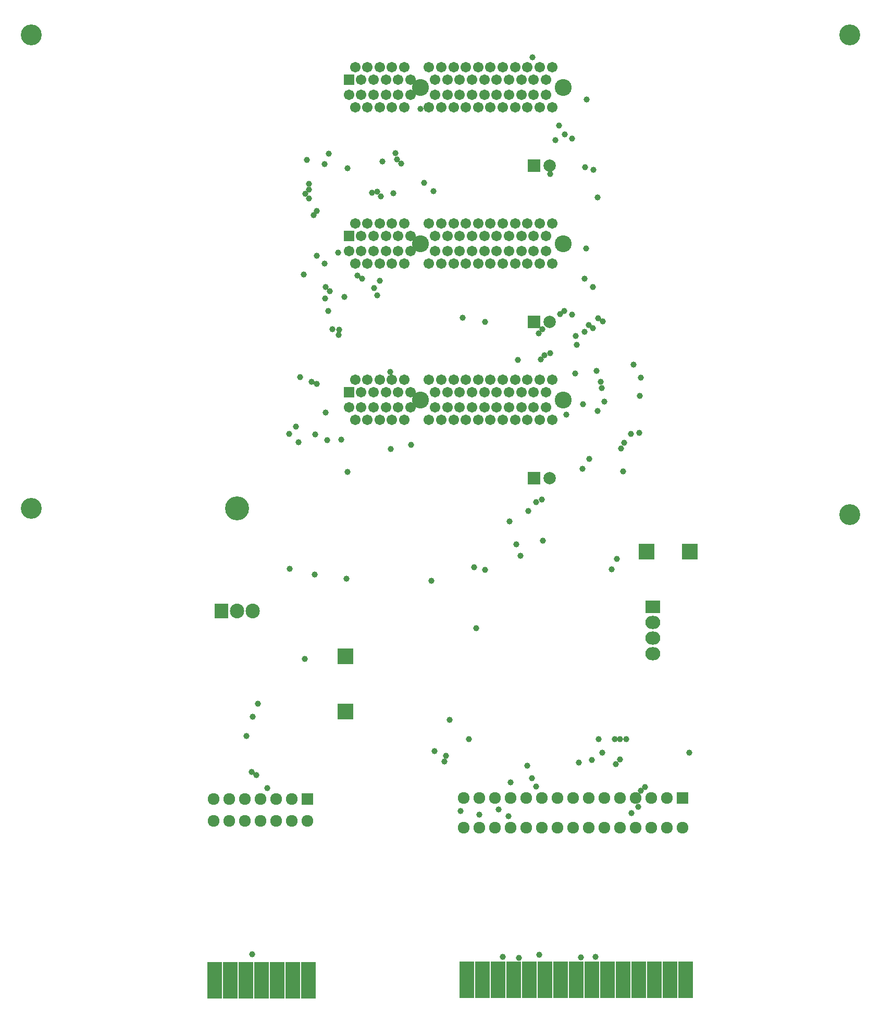
<source format=gbs>
%TF.GenerationSoftware,KiCad,Pcbnew,4.0.2+dfsg1-stable*%
%TF.CreationDate,2019-05-17T07:49:38+02:00*%
%TF.ProjectId,abex,616265782E6B696361645F7063620000,rev?*%
%TF.FileFunction,Soldermask,Bot*%
%FSLAX46Y46*%
G04 Gerber Fmt 4.6, Leading zero omitted, Abs format (unit mm)*
G04 Created by KiCad (PCBNEW 4.0.2+dfsg1-stable) date Fri 17 May 2019 07:49:38 CEST*
%MOMM*%
G01*
G04 APERTURE LIST*
%ADD10C,0.100000*%
%ADD11R,2.330400X5.988000*%
%ADD12C,1.924000*%
%ADD13R,1.924000X1.924000*%
%ADD14R,2.635200X2.635200*%
%ADD15C,3.400000*%
%ADD16R,2.432000X2.127200*%
%ADD17O,2.432000X2.127200*%
%ADD18R,2.000000X2.000000*%
%ADD19C,2.000000*%
%ADD20O,3.900000X3.900000*%
%ADD21R,2.305000X2.400000*%
%ADD22O,2.305000X2.400000*%
%ADD23R,1.708000X1.708000*%
%ADD24C,1.708000*%
%ADD25C,2.750000*%
%ADD26C,1.000000*%
G04 APERTURE END LIST*
D10*
D11*
X164330000Y-180652000D03*
X161790000Y-180652000D03*
X159250000Y-180652000D03*
X156710000Y-180652000D03*
X154170000Y-180652000D03*
X151630000Y-180652000D03*
X149090000Y-180652000D03*
X146550000Y-180652000D03*
X144010000Y-180652000D03*
X141470000Y-180652000D03*
X138930000Y-180652000D03*
X136390000Y-180652000D03*
X133850000Y-180652000D03*
X131310000Y-180652000D03*
X128770000Y-180652000D03*
D12*
X128220000Y-151074300D03*
X128220000Y-155925700D03*
X130760000Y-151074300D03*
X130760000Y-155925700D03*
X133300000Y-151074300D03*
X133300000Y-155925700D03*
X135840000Y-151074300D03*
X135840000Y-155925700D03*
X138380000Y-151074300D03*
X138380000Y-155925700D03*
X140920000Y-151074300D03*
X140920000Y-155925700D03*
X143460000Y-151074300D03*
X143460000Y-155925700D03*
X146000000Y-151074300D03*
X146000000Y-155925700D03*
X148540000Y-151074300D03*
X148540000Y-155925700D03*
X151080000Y-151074300D03*
X151080000Y-155925700D03*
X153620000Y-151074300D03*
X153620000Y-155925700D03*
X156160000Y-151074300D03*
X156160000Y-155925700D03*
X158700000Y-151074300D03*
X158700000Y-155925700D03*
X161240000Y-151074300D03*
X161240000Y-155925700D03*
D13*
X163780000Y-151074300D03*
D12*
X163780000Y-155925700D03*
D11*
X103022000Y-180690000D03*
X100482000Y-180690000D03*
X97942000Y-180690000D03*
X95402000Y-180690000D03*
X92862000Y-180690000D03*
X90322000Y-180690000D03*
X87782000Y-180690000D03*
D14*
X165000000Y-111000000D03*
X158000000Y-111000000D03*
D15*
X191000000Y-27000000D03*
X58000000Y-104000000D03*
X191000000Y-105000000D03*
X58000000Y-27000000D03*
D14*
X109000000Y-128000000D03*
X109000000Y-137000000D03*
D13*
X102870000Y-151257000D03*
D12*
X100330000Y-151257000D03*
X97790000Y-151257000D03*
X95250000Y-151257000D03*
X92710000Y-151257000D03*
X90170000Y-151257000D03*
X87630000Y-151257000D03*
X102870000Y-154817000D03*
X100330000Y-154817000D03*
X97790000Y-154817000D03*
X95250000Y-154817000D03*
X92710000Y-154817000D03*
X90170000Y-154817000D03*
X87630000Y-154817000D03*
D16*
X159000000Y-120000000D03*
D17*
X159000000Y-122540000D03*
X159000000Y-125080000D03*
X159000000Y-127620000D03*
D18*
X139700000Y-99060000D03*
D19*
X142200000Y-99060000D03*
D18*
X139700000Y-48260000D03*
D19*
X142200000Y-48260000D03*
D18*
X139700000Y-73660000D03*
D19*
X142200000Y-73660000D03*
D20*
X91440000Y-103990000D03*
D21*
X88900000Y-120650000D03*
D22*
X91440000Y-120650000D03*
X93980000Y-120650000D03*
D23*
X109600000Y-85110000D03*
D24*
X110600000Y-83110000D03*
X111600000Y-85110000D03*
X112600000Y-83110000D03*
X113600000Y-85110000D03*
X114600000Y-83110000D03*
X115600000Y-85110000D03*
X116600000Y-83110000D03*
X117600000Y-85110000D03*
X118600000Y-83110000D03*
X119600000Y-85110000D03*
X109600000Y-87610000D03*
X110600000Y-89610000D03*
X111600000Y-87610000D03*
X112600000Y-89610000D03*
X113600000Y-87610000D03*
X114600000Y-89610000D03*
X115600000Y-87610000D03*
X116600000Y-89610000D03*
X117600000Y-87610000D03*
X118600000Y-89610000D03*
X119600000Y-87610000D03*
X122600000Y-83110000D03*
X123600000Y-85110000D03*
X124600000Y-83110000D03*
X125600000Y-85110000D03*
X126600000Y-83110000D03*
X127600000Y-85110000D03*
X128600000Y-83110000D03*
X129600000Y-85110000D03*
X130600000Y-83110000D03*
X131600000Y-85110000D03*
X132600000Y-83110000D03*
X133600000Y-85110000D03*
X134600000Y-83110000D03*
X135600000Y-85110000D03*
X136600000Y-83110000D03*
X137600000Y-85110000D03*
X138600000Y-83110000D03*
X139600000Y-85110000D03*
X140600000Y-83110000D03*
X141600000Y-85110000D03*
X142600000Y-83110000D03*
X122600000Y-89610000D03*
X123600000Y-87610000D03*
X124600000Y-89610000D03*
X125600000Y-87610000D03*
X126600000Y-89610000D03*
X127600000Y-87610000D03*
X128600000Y-89610000D03*
X129600000Y-87610000D03*
X130600000Y-89610000D03*
X131600000Y-87610000D03*
X132600000Y-89610000D03*
X133600000Y-87610000D03*
X134600000Y-89610000D03*
X135600000Y-87610000D03*
X136600000Y-89610000D03*
X137600000Y-87610000D03*
X138600000Y-89610000D03*
X139600000Y-87610000D03*
X140600000Y-89610000D03*
X141600000Y-87610000D03*
X142600000Y-89610000D03*
D25*
X121250000Y-86360000D03*
X144400000Y-86360000D03*
D23*
X109600000Y-59710000D03*
D24*
X110600000Y-57710000D03*
X111600000Y-59710000D03*
X112600000Y-57710000D03*
X113600000Y-59710000D03*
X114600000Y-57710000D03*
X115600000Y-59710000D03*
X116600000Y-57710000D03*
X117600000Y-59710000D03*
X118600000Y-57710000D03*
X119600000Y-59710000D03*
X109600000Y-62210000D03*
X110600000Y-64210000D03*
X111600000Y-62210000D03*
X112600000Y-64210000D03*
X113600000Y-62210000D03*
X114600000Y-64210000D03*
X115600000Y-62210000D03*
X116600000Y-64210000D03*
X117600000Y-62210000D03*
X118600000Y-64210000D03*
X119600000Y-62210000D03*
X122600000Y-57710000D03*
X123600000Y-59710000D03*
X124600000Y-57710000D03*
X125600000Y-59710000D03*
X126600000Y-57710000D03*
X127600000Y-59710000D03*
X128600000Y-57710000D03*
X129600000Y-59710000D03*
X130600000Y-57710000D03*
X131600000Y-59710000D03*
X132600000Y-57710000D03*
X133600000Y-59710000D03*
X134600000Y-57710000D03*
X135600000Y-59710000D03*
X136600000Y-57710000D03*
X137600000Y-59710000D03*
X138600000Y-57710000D03*
X139600000Y-59710000D03*
X140600000Y-57710000D03*
X141600000Y-59710000D03*
X142600000Y-57710000D03*
X122600000Y-64210000D03*
X123600000Y-62210000D03*
X124600000Y-64210000D03*
X125600000Y-62210000D03*
X126600000Y-64210000D03*
X127600000Y-62210000D03*
X128600000Y-64210000D03*
X129600000Y-62210000D03*
X130600000Y-64210000D03*
X131600000Y-62210000D03*
X132600000Y-64210000D03*
X133600000Y-62210000D03*
X134600000Y-64210000D03*
X135600000Y-62210000D03*
X136600000Y-64210000D03*
X137600000Y-62210000D03*
X138600000Y-64210000D03*
X139600000Y-62210000D03*
X140600000Y-64210000D03*
X141600000Y-62210000D03*
X142600000Y-64210000D03*
D25*
X121250000Y-60960000D03*
X144400000Y-60960000D03*
D23*
X109600000Y-34310000D03*
D24*
X110600000Y-32310000D03*
X111600000Y-34310000D03*
X112600000Y-32310000D03*
X113600000Y-34310000D03*
X114600000Y-32310000D03*
X115600000Y-34310000D03*
X116600000Y-32310000D03*
X117600000Y-34310000D03*
X118600000Y-32310000D03*
X119600000Y-34310000D03*
X109600000Y-36810000D03*
X110600000Y-38810000D03*
X111600000Y-36810000D03*
X112600000Y-38810000D03*
X113600000Y-36810000D03*
X114600000Y-38810000D03*
X115600000Y-36810000D03*
X116600000Y-38810000D03*
X117600000Y-36810000D03*
X118600000Y-38810000D03*
X119600000Y-36810000D03*
X122600000Y-32310000D03*
X123600000Y-34310000D03*
X124600000Y-32310000D03*
X125600000Y-34310000D03*
X126600000Y-32310000D03*
X127600000Y-34310000D03*
X128600000Y-32310000D03*
X129600000Y-34310000D03*
X130600000Y-32310000D03*
X131600000Y-34310000D03*
X132600000Y-32310000D03*
X133600000Y-34310000D03*
X134600000Y-32310000D03*
X135600000Y-34310000D03*
X136600000Y-32310000D03*
X137600000Y-34310000D03*
X138600000Y-32310000D03*
X139600000Y-34310000D03*
X140600000Y-32310000D03*
X141600000Y-34310000D03*
X142600000Y-32310000D03*
X122600000Y-38810000D03*
X123600000Y-36810000D03*
X124600000Y-38810000D03*
X125600000Y-36810000D03*
X126600000Y-38810000D03*
X127600000Y-36810000D03*
X128600000Y-38810000D03*
X129600000Y-36810000D03*
X130600000Y-38810000D03*
X131600000Y-36810000D03*
X132600000Y-38810000D03*
X133600000Y-36810000D03*
X134600000Y-38810000D03*
X135600000Y-36810000D03*
X136600000Y-38810000D03*
X137600000Y-36810000D03*
X138600000Y-38810000D03*
X139600000Y-36810000D03*
X140600000Y-38810000D03*
X141600000Y-36810000D03*
X142600000Y-38810000D03*
D25*
X121250000Y-35560000D03*
X144400000Y-35560000D03*
D26*
X140007500Y-149207300D03*
X134631600Y-176919500D03*
X154675000Y-141536500D03*
X129086000Y-141535700D03*
X164877500Y-143676100D03*
X125993300Y-138380700D03*
X109233500Y-115391600D03*
X153618600Y-144810700D03*
X150743700Y-143664700D03*
X157672700Y-149330500D03*
X156628800Y-152519400D03*
X138545600Y-145835900D03*
X149684000Y-176888700D03*
X139311600Y-147816600D03*
X147306500Y-177002100D03*
X140505800Y-176555300D03*
X146920800Y-145335600D03*
X137230000Y-177045000D03*
X149090900Y-144897400D03*
X152759800Y-141536500D03*
X156987500Y-149865100D03*
X155496700Y-153528300D03*
X135839600Y-148510900D03*
X133901500Y-152968800D03*
X135557700Y-153997200D03*
X130760000Y-153781200D03*
X127744400Y-153173000D03*
X153680800Y-141509200D03*
X152926800Y-145565800D03*
X150160600Y-141541800D03*
X96284200Y-149484500D03*
X94517100Y-147367600D03*
X93862600Y-176438700D03*
X93795100Y-146837300D03*
X125138400Y-145152400D03*
X125375000Y-144243200D03*
X123463400Y-143475300D03*
X92894600Y-140981700D03*
X102443100Y-128487700D03*
X105620900Y-48021200D03*
X114756700Y-53244800D03*
X106087900Y-92923500D03*
X142274900Y-49621800D03*
X141024600Y-74906500D03*
X142263700Y-78773400D03*
X121841700Y-51066600D03*
X102734600Y-47345800D03*
X104130400Y-92007700D03*
X152262100Y-113871600D03*
X116781900Y-52760700D03*
X115074600Y-47627600D03*
X110985200Y-66134600D03*
X116338300Y-81778400D03*
X141153600Y-109242000D03*
X104381400Y-83792800D03*
X103079200Y-51260500D03*
X101374500Y-93247100D03*
X94813400Y-135720600D03*
X123364000Y-52454300D03*
X103057500Y-52192800D03*
X106246500Y-71932100D03*
X103514200Y-83453500D03*
X140463300Y-75550600D03*
X140795200Y-79773900D03*
X139391900Y-30646800D03*
X141371900Y-79071900D03*
X148197100Y-37520900D03*
X149304800Y-48923400D03*
X150015300Y-88176400D03*
X148148100Y-61712300D03*
X147640900Y-87083300D03*
X137065000Y-79821600D03*
X143934900Y-72411100D03*
X147898000Y-66655000D03*
X151103500Y-86612400D03*
X102535500Y-52873500D03*
X102244000Y-65939000D03*
X107970500Y-74929800D03*
X99843800Y-91874300D03*
X93936300Y-137872600D03*
X105840200Y-67984500D03*
X105746200Y-69835500D03*
X106921800Y-74855500D03*
X123009900Y-115721400D03*
X130259200Y-123503600D03*
X106480800Y-68659800D03*
X106350000Y-46371500D03*
X109384500Y-98025400D03*
X129930700Y-113520900D03*
X107903800Y-75825200D03*
X103827500Y-56308500D03*
X100958400Y-90690500D03*
X131683800Y-113952400D03*
X108356500Y-92850300D03*
X113312500Y-52654600D03*
X136760400Y-109849100D03*
X117385000Y-47292700D03*
X114175400Y-52500200D03*
X119668400Y-93665000D03*
X137485000Y-111707000D03*
X118072700Y-47922600D03*
X105609000Y-64232600D03*
X135717000Y-106140900D03*
X113679900Y-68172200D03*
X121249500Y-39020500D03*
X138757100Y-104421300D03*
X128052700Y-73027500D03*
X140029700Y-102950200D03*
X140981000Y-102555500D03*
X153093000Y-112224800D03*
X105785100Y-88392200D03*
X103064800Y-53615300D03*
X104384800Y-55620800D03*
X108873700Y-69626700D03*
X109328100Y-48713300D03*
X116400400Y-94369300D03*
X101636000Y-82655200D03*
X114614800Y-66964000D03*
X107802200Y-62392700D03*
X117164100Y-46286000D03*
X104378400Y-62921000D03*
X114166500Y-69353700D03*
X111716800Y-66634900D03*
X131748600Y-73720200D03*
X147581000Y-97580400D03*
X144596400Y-71869900D03*
X146369100Y-82025500D03*
X148647000Y-95937000D03*
X149235400Y-68034800D03*
X144951200Y-88763600D03*
X154114500Y-97957500D03*
X145895000Y-72481700D03*
X149798900Y-81629000D03*
X146484300Y-75975300D03*
X146592300Y-77404700D03*
X153829500Y-94248500D03*
X154293100Y-93313200D03*
X147878600Y-75330300D03*
X155458400Y-91846000D03*
X156767600Y-91744300D03*
X148569200Y-74161300D03*
X149271100Y-74662200D03*
X156869300Y-85719500D03*
X157062200Y-82732800D03*
X150109200Y-73055700D03*
X143748800Y-41800900D03*
X147941700Y-48530500D03*
X150821900Y-73567100D03*
X155849600Y-80613600D03*
X100000000Y-113822600D03*
X150486800Y-83453700D03*
X145816000Y-43851100D03*
X143130900Y-44166100D03*
X150013000Y-53459800D03*
X150714300Y-84463700D03*
X144628200Y-43168200D03*
X103987700Y-114714100D03*
M02*

</source>
